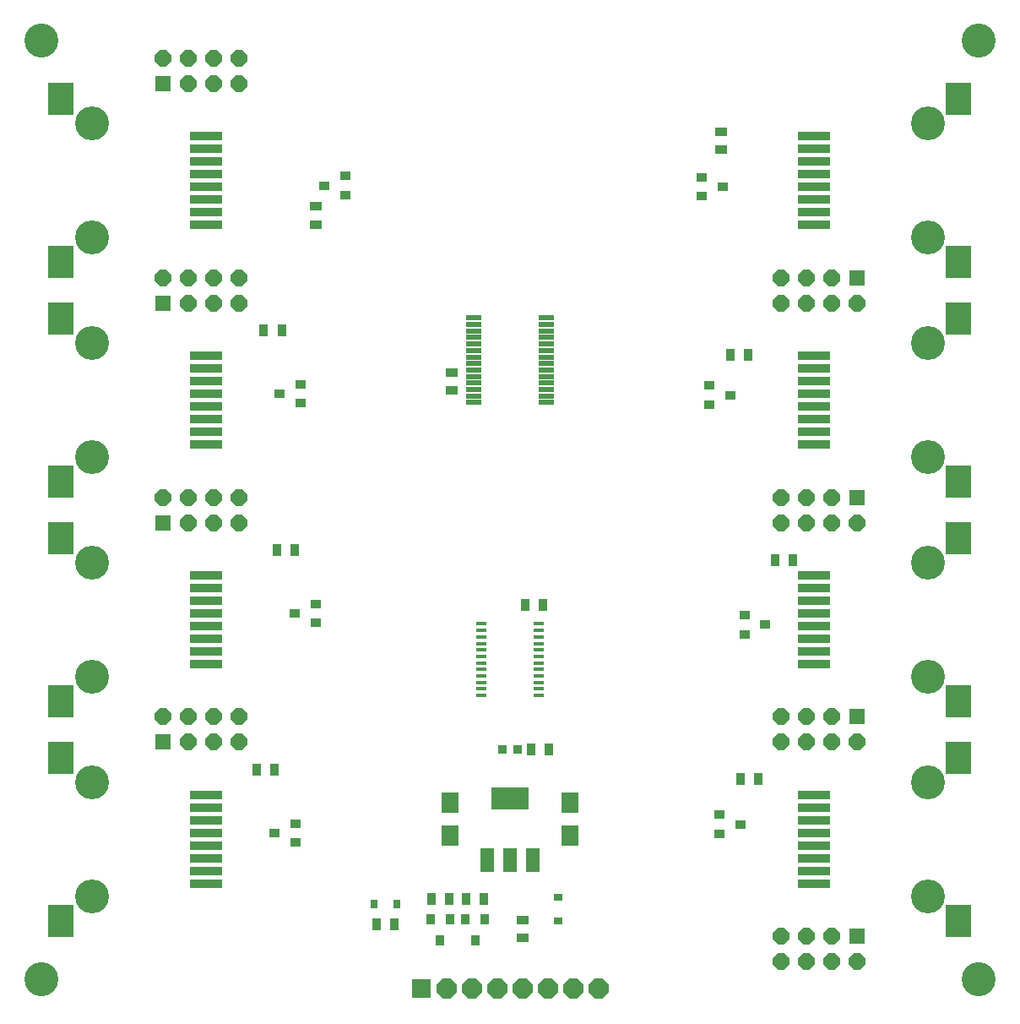
<source format=gbr>
G04 EAGLE Gerber RS-274X export*
G75*
%MOMM*%
%FSLAX34Y34*%
%LPD*%
%INSoldermask Top*%
%IPPOS*%
%AMOC8*
5,1,8,0,0,1.08239X$1,22.5*%
G01*
%ADD10R,1.981200X1.981200*%
%ADD11P,2.144431X8X112.500000*%
%ADD12R,1.092200X0.406400*%
%ADD13R,1.601600X0.501600*%
%ADD14R,1.320800X2.336800*%
%ADD15R,3.701600X2.301600*%
%ADD16R,3.301600X0.901600*%
%ADD17R,2.641600X3.221600*%
%ADD18C,3.401600*%
%ADD19C,3.403600*%
%ADD20R,0.901600X1.301600*%
%ADD21R,1.301600X0.901600*%
%ADD22R,1.701600X2.001600*%
%ADD23R,0.901600X1.001600*%
%ADD24R,0.731600X0.931600*%
%ADD25R,0.931600X0.731600*%
%ADD26R,0.901600X0.901600*%
%ADD27R,1.001600X0.901600*%
%ADD28R,1.625600X1.625600*%
%ADD29P,1.759533X8X22.500000*%
%ADD30P,1.759533X8X202.500000*%


D10*
X411000Y20000D03*
D11*
X436400Y20000D03*
X461800Y20000D03*
X487200Y20000D03*
X512600Y20000D03*
X538000Y20000D03*
X563400Y20000D03*
X588800Y20000D03*
D12*
X470822Y385750D03*
X470822Y379250D03*
X470822Y372750D03*
X470822Y366250D03*
X470822Y359750D03*
X470822Y353250D03*
X470822Y346750D03*
X470822Y340250D03*
X470822Y333750D03*
X470822Y327250D03*
X470822Y320750D03*
X470822Y314250D03*
X529178Y314250D03*
X529178Y320750D03*
X529178Y327250D03*
X529178Y333750D03*
X529178Y340250D03*
X529178Y346750D03*
X529178Y353250D03*
X529178Y359750D03*
X529178Y366250D03*
X529178Y372750D03*
X529178Y379250D03*
X529178Y385750D03*
D13*
X463750Y692250D03*
X463750Y685750D03*
X463750Y679250D03*
X463750Y672750D03*
X463750Y666250D03*
X463750Y659750D03*
X463750Y653250D03*
X463750Y646750D03*
X463750Y640250D03*
X463750Y633750D03*
X463750Y627250D03*
X463750Y620750D03*
X463750Y614250D03*
X463750Y607750D03*
X536250Y607750D03*
X536250Y614250D03*
X536250Y620750D03*
X536250Y627250D03*
X536250Y633750D03*
X536250Y640250D03*
X536250Y646750D03*
X536250Y653250D03*
X536250Y659750D03*
X536250Y666250D03*
X536250Y672750D03*
X536250Y679250D03*
X536250Y685750D03*
X536250Y692250D03*
D14*
X476886Y149012D03*
X500000Y149012D03*
X523114Y149012D03*
D15*
X500000Y210990D03*
D16*
X195200Y785550D03*
X195200Y798250D03*
X195200Y810950D03*
X195200Y823650D03*
X195200Y836350D03*
X195200Y849050D03*
X195200Y861750D03*
X195200Y874450D03*
D17*
X50000Y748300D03*
X50000Y911700D03*
D18*
X80500Y772850D03*
X80500Y887150D03*
D16*
X195200Y565550D03*
X195200Y578250D03*
X195200Y590950D03*
X195200Y603650D03*
X195200Y616350D03*
X195200Y629050D03*
X195200Y641750D03*
X195200Y654450D03*
D17*
X50000Y528300D03*
X50000Y691700D03*
D18*
X80500Y552850D03*
X80500Y667150D03*
D16*
X195200Y345550D03*
X195200Y358250D03*
X195200Y370950D03*
X195200Y383650D03*
X195200Y396350D03*
X195200Y409050D03*
X195200Y421750D03*
X195200Y434450D03*
D17*
X50000Y308300D03*
X50000Y471700D03*
D18*
X80500Y332850D03*
X80500Y447150D03*
D16*
X195200Y125550D03*
X195200Y138250D03*
X195200Y150950D03*
X195200Y163650D03*
X195200Y176350D03*
X195200Y189050D03*
X195200Y201750D03*
X195200Y214450D03*
D17*
X50000Y88300D03*
X50000Y251700D03*
D18*
X80500Y112850D03*
X80500Y227150D03*
D16*
X804800Y214450D03*
X804800Y201750D03*
X804800Y189050D03*
X804800Y176350D03*
X804800Y163650D03*
X804800Y150950D03*
X804800Y138250D03*
X804800Y125550D03*
D17*
X950000Y251700D03*
X950000Y88300D03*
D18*
X919500Y227150D03*
X919500Y112850D03*
D16*
X804800Y434450D03*
X804800Y421750D03*
X804800Y409050D03*
X804800Y396350D03*
X804800Y383650D03*
X804800Y370950D03*
X804800Y358250D03*
X804800Y345550D03*
D17*
X950000Y471700D03*
X950000Y308300D03*
D18*
X919500Y447150D03*
X919500Y332850D03*
D16*
X804800Y654450D03*
X804800Y641750D03*
X804800Y629050D03*
X804800Y616350D03*
X804800Y603650D03*
X804800Y590950D03*
X804800Y578250D03*
X804800Y565550D03*
D17*
X950000Y691700D03*
X950000Y528300D03*
D18*
X919500Y667150D03*
X919500Y552850D03*
D16*
X804800Y874450D03*
X804800Y861750D03*
X804800Y849050D03*
X804800Y836350D03*
X804800Y823650D03*
X804800Y810950D03*
X804800Y798250D03*
X804800Y785550D03*
D17*
X950000Y911700D03*
X950000Y748300D03*
D18*
X919500Y887150D03*
X919500Y772850D03*
D19*
X30000Y30000D03*
X970000Y30000D03*
X30000Y970000D03*
X970000Y970000D03*
D20*
X533000Y405000D03*
X515000Y405000D03*
D21*
X442000Y638000D03*
X442000Y620000D03*
D22*
X560000Y206500D03*
X560000Y173500D03*
X440000Y173500D03*
X440000Y206500D03*
D23*
X430000Y69000D03*
X420500Y90000D03*
X439500Y90000D03*
D20*
X421000Y110000D03*
X439000Y110000D03*
D23*
X465000Y69000D03*
X455500Y90000D03*
X474500Y90000D03*
D20*
X456000Y110000D03*
X474000Y110000D03*
D24*
X386500Y105000D03*
X363500Y105000D03*
D20*
X366000Y85000D03*
X384000Y85000D03*
D25*
X548000Y111500D03*
X548000Y88500D03*
D26*
X492500Y260000D03*
X507500Y260000D03*
D20*
X521000Y260000D03*
X539000Y260000D03*
D21*
X305000Y804000D03*
X305000Y786000D03*
D20*
X271000Y680000D03*
X253000Y680000D03*
X284000Y460000D03*
X266000Y460000D03*
X264000Y240000D03*
X246000Y240000D03*
X731000Y230000D03*
X749000Y230000D03*
X766000Y450000D03*
X784000Y450000D03*
X721000Y655000D03*
X739000Y655000D03*
D21*
X712000Y861000D03*
X712000Y879000D03*
D27*
X314000Y825000D03*
X335000Y834500D03*
X335000Y815500D03*
X269000Y616350D03*
X290000Y625850D03*
X290000Y606850D03*
X284000Y396350D03*
X305000Y405850D03*
X305000Y386850D03*
X264000Y176350D03*
X285000Y185850D03*
X285000Y166850D03*
X731000Y185000D03*
X710000Y175500D03*
X710000Y194500D03*
X756000Y385000D03*
X735000Y375500D03*
X735000Y394500D03*
X721000Y615000D03*
X700000Y605500D03*
X700000Y624500D03*
X713000Y823650D03*
X692000Y814150D03*
X692000Y833150D03*
D21*
X512600Y89000D03*
X512600Y71000D03*
D28*
X151900Y927300D03*
D29*
X151900Y952700D03*
X177300Y927300D03*
X177300Y952700D03*
X202700Y927300D03*
X202700Y952700D03*
X228100Y927300D03*
X228100Y952700D03*
D28*
X151900Y707300D03*
D29*
X151900Y732700D03*
X177300Y707300D03*
X177300Y732700D03*
X202700Y707300D03*
X202700Y732700D03*
X228100Y707300D03*
X228100Y732700D03*
D28*
X151900Y487300D03*
D29*
X151900Y512700D03*
X177300Y487300D03*
X177300Y512700D03*
X202700Y487300D03*
X202700Y512700D03*
X228100Y487300D03*
X228100Y512700D03*
D28*
X151900Y267300D03*
D29*
X151900Y292700D03*
X177300Y267300D03*
X177300Y292700D03*
X202700Y267300D03*
X202700Y292700D03*
X228100Y267300D03*
X228100Y292700D03*
D28*
X848100Y72700D03*
D30*
X848100Y47300D03*
X822700Y72700D03*
X822700Y47300D03*
X797300Y72700D03*
X797300Y47300D03*
X771900Y72700D03*
X771900Y47300D03*
D28*
X848100Y292700D03*
D30*
X848100Y267300D03*
X822700Y292700D03*
X822700Y267300D03*
X797300Y292700D03*
X797300Y267300D03*
X771900Y292700D03*
X771900Y267300D03*
D28*
X848100Y512700D03*
D30*
X848100Y487300D03*
X822700Y512700D03*
X822700Y487300D03*
X797300Y512700D03*
X797300Y487300D03*
X771900Y512700D03*
X771900Y487300D03*
D28*
X848100Y732700D03*
D30*
X848100Y707300D03*
X822700Y732700D03*
X822700Y707300D03*
X797300Y732700D03*
X797300Y707300D03*
X771900Y732700D03*
X771900Y707300D03*
M02*

</source>
